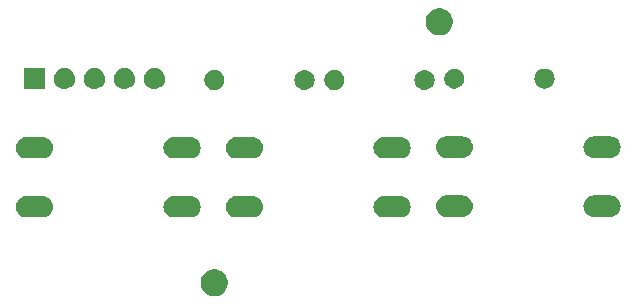
<source format=gbr>
G04 #@! TF.GenerationSoftware,KiCad,Pcbnew,(5.0.1)-4*
G04 #@! TF.CreationDate,2019-01-16T21:10:53-08:00*
G04 #@! TF.ProjectId,SysButtons,537973427574746F6E732E6B69636164,rev?*
G04 #@! TF.SameCoordinates,Original*
G04 #@! TF.FileFunction,Soldermask,Top*
G04 #@! TF.FilePolarity,Negative*
%FSLAX46Y46*%
G04 Gerber Fmt 4.6, Leading zero omitted, Abs format (unit mm)*
G04 Created by KiCad (PCBNEW (5.0.1)-4) date 1/16/2019 9:10:53 PM*
%MOMM*%
%LPD*%
G01*
G04 APERTURE LIST*
%ADD10C,0.100000*%
G04 APERTURE END LIST*
D10*
G36*
X120985734Y-115733232D02*
X121195202Y-115819996D01*
X121383723Y-115945962D01*
X121544038Y-116106277D01*
X121670004Y-116294798D01*
X121756768Y-116504266D01*
X121801000Y-116726635D01*
X121801000Y-116953365D01*
X121756768Y-117175734D01*
X121670004Y-117385202D01*
X121544038Y-117573723D01*
X121383723Y-117734038D01*
X121195202Y-117860004D01*
X120985734Y-117946768D01*
X120763365Y-117991000D01*
X120536635Y-117991000D01*
X120314266Y-117946768D01*
X120104798Y-117860004D01*
X119916277Y-117734038D01*
X119755962Y-117573723D01*
X119629996Y-117385202D01*
X119543232Y-117175734D01*
X119499000Y-116953365D01*
X119499000Y-116726635D01*
X119543232Y-116504266D01*
X119629996Y-116294798D01*
X119755962Y-116106277D01*
X119916277Y-115945962D01*
X120104798Y-115819996D01*
X120314266Y-115733232D01*
X120536635Y-115689000D01*
X120763365Y-115689000D01*
X120985734Y-115733232D01*
X120985734Y-115733232D01*
G37*
G36*
X136529694Y-109508633D02*
X136702094Y-109560931D01*
X136702096Y-109560932D01*
X136860983Y-109645859D01*
X137000249Y-109760151D01*
X137114541Y-109899417D01*
X137180762Y-110023307D01*
X137199469Y-110058306D01*
X137251767Y-110230706D01*
X137269425Y-110410000D01*
X137251767Y-110589294D01*
X137210085Y-110726697D01*
X137199468Y-110761696D01*
X137114541Y-110920583D01*
X137000249Y-111059849D01*
X136860983Y-111174141D01*
X136702096Y-111259068D01*
X136702094Y-111259069D01*
X136529694Y-111311367D01*
X136395331Y-111324600D01*
X134984669Y-111324600D01*
X134850306Y-111311367D01*
X134677906Y-111259069D01*
X134677904Y-111259068D01*
X134519017Y-111174141D01*
X134379751Y-111059849D01*
X134265459Y-110920583D01*
X134180532Y-110761696D01*
X134169915Y-110726697D01*
X134128233Y-110589294D01*
X134110575Y-110410000D01*
X134128233Y-110230706D01*
X134180531Y-110058306D01*
X134199238Y-110023307D01*
X134265459Y-109899417D01*
X134379751Y-109760151D01*
X134519017Y-109645859D01*
X134677904Y-109560932D01*
X134677906Y-109560931D01*
X134850306Y-109508633D01*
X134984669Y-109495400D01*
X136395331Y-109495400D01*
X136529694Y-109508633D01*
X136529694Y-109508633D01*
G37*
G36*
X124029694Y-109508633D02*
X124202094Y-109560931D01*
X124202096Y-109560932D01*
X124360983Y-109645859D01*
X124500249Y-109760151D01*
X124614541Y-109899417D01*
X124680762Y-110023307D01*
X124699469Y-110058306D01*
X124751767Y-110230706D01*
X124769425Y-110410000D01*
X124751767Y-110589294D01*
X124710085Y-110726697D01*
X124699468Y-110761696D01*
X124614541Y-110920583D01*
X124500249Y-111059849D01*
X124360983Y-111174141D01*
X124202096Y-111259068D01*
X124202094Y-111259069D01*
X124029694Y-111311367D01*
X123895331Y-111324600D01*
X122484669Y-111324600D01*
X122350306Y-111311367D01*
X122177906Y-111259069D01*
X122177904Y-111259068D01*
X122019017Y-111174141D01*
X121879751Y-111059849D01*
X121765459Y-110920583D01*
X121680532Y-110761696D01*
X121669915Y-110726697D01*
X121628233Y-110589294D01*
X121610575Y-110410000D01*
X121628233Y-110230706D01*
X121680531Y-110058306D01*
X121699238Y-110023307D01*
X121765459Y-109899417D01*
X121879751Y-109760151D01*
X122019017Y-109645859D01*
X122177904Y-109560932D01*
X122177906Y-109560931D01*
X122350306Y-109508633D01*
X122484669Y-109495400D01*
X123895331Y-109495400D01*
X124029694Y-109508633D01*
X124029694Y-109508633D01*
G37*
G36*
X106249694Y-109508633D02*
X106422094Y-109560931D01*
X106422096Y-109560932D01*
X106580983Y-109645859D01*
X106720249Y-109760151D01*
X106834541Y-109899417D01*
X106900762Y-110023307D01*
X106919469Y-110058306D01*
X106971767Y-110230706D01*
X106989425Y-110410000D01*
X106971767Y-110589294D01*
X106930085Y-110726697D01*
X106919468Y-110761696D01*
X106834541Y-110920583D01*
X106720249Y-111059849D01*
X106580983Y-111174141D01*
X106422096Y-111259068D01*
X106422094Y-111259069D01*
X106249694Y-111311367D01*
X106115331Y-111324600D01*
X104704669Y-111324600D01*
X104570306Y-111311367D01*
X104397906Y-111259069D01*
X104397904Y-111259068D01*
X104239017Y-111174141D01*
X104099751Y-111059849D01*
X103985459Y-110920583D01*
X103900532Y-110761696D01*
X103889915Y-110726697D01*
X103848233Y-110589294D01*
X103830575Y-110410000D01*
X103848233Y-110230706D01*
X103900531Y-110058306D01*
X103919238Y-110023307D01*
X103985459Y-109899417D01*
X104099751Y-109760151D01*
X104239017Y-109645859D01*
X104397904Y-109560932D01*
X104397906Y-109560931D01*
X104570306Y-109508633D01*
X104704669Y-109495400D01*
X106115331Y-109495400D01*
X106249694Y-109508633D01*
X106249694Y-109508633D01*
G37*
G36*
X118749694Y-109508633D02*
X118922094Y-109560931D01*
X118922096Y-109560932D01*
X119080983Y-109645859D01*
X119220249Y-109760151D01*
X119334541Y-109899417D01*
X119400762Y-110023307D01*
X119419469Y-110058306D01*
X119471767Y-110230706D01*
X119489425Y-110410000D01*
X119471767Y-110589294D01*
X119430085Y-110726697D01*
X119419468Y-110761696D01*
X119334541Y-110920583D01*
X119220249Y-111059849D01*
X119080983Y-111174141D01*
X118922096Y-111259068D01*
X118922094Y-111259069D01*
X118749694Y-111311367D01*
X118615331Y-111324600D01*
X117204669Y-111324600D01*
X117070306Y-111311367D01*
X116897906Y-111259069D01*
X116897904Y-111259068D01*
X116739017Y-111174141D01*
X116599751Y-111059849D01*
X116485459Y-110920583D01*
X116400532Y-110761696D01*
X116389915Y-110726697D01*
X116348233Y-110589294D01*
X116330575Y-110410000D01*
X116348233Y-110230706D01*
X116400531Y-110058306D01*
X116419238Y-110023307D01*
X116485459Y-109899417D01*
X116599751Y-109760151D01*
X116739017Y-109645859D01*
X116897904Y-109560932D01*
X116897906Y-109560931D01*
X117070306Y-109508633D01*
X117204669Y-109495400D01*
X118615331Y-109495400D01*
X118749694Y-109508633D01*
X118749694Y-109508633D01*
G37*
G36*
X141809694Y-109473634D02*
X141982094Y-109525932D01*
X141982096Y-109525933D01*
X142140983Y-109610860D01*
X142280249Y-109725152D01*
X142394541Y-109864418D01*
X142413248Y-109899417D01*
X142479469Y-110023307D01*
X142531767Y-110195707D01*
X142549425Y-110375001D01*
X142531767Y-110554295D01*
X142479469Y-110726695D01*
X142479468Y-110726697D01*
X142394541Y-110885584D01*
X142280249Y-111024850D01*
X142140983Y-111139142D01*
X141982096Y-111224069D01*
X141982094Y-111224070D01*
X141809694Y-111276368D01*
X141675331Y-111289601D01*
X140264669Y-111289601D01*
X140130306Y-111276368D01*
X139957906Y-111224070D01*
X139957904Y-111224069D01*
X139799017Y-111139142D01*
X139659751Y-111024850D01*
X139545459Y-110885584D01*
X139460532Y-110726697D01*
X139460531Y-110726695D01*
X139408233Y-110554295D01*
X139390575Y-110375001D01*
X139408233Y-110195707D01*
X139460531Y-110023307D01*
X139526752Y-109899417D01*
X139545459Y-109864418D01*
X139659751Y-109725152D01*
X139799017Y-109610860D01*
X139957904Y-109525933D01*
X139957906Y-109525932D01*
X140130306Y-109473634D01*
X140264669Y-109460401D01*
X141675331Y-109460401D01*
X141809694Y-109473634D01*
X141809694Y-109473634D01*
G37*
G36*
X154309694Y-109473634D02*
X154482094Y-109525932D01*
X154482096Y-109525933D01*
X154640983Y-109610860D01*
X154780249Y-109725152D01*
X154894541Y-109864418D01*
X154913248Y-109899417D01*
X154979469Y-110023307D01*
X155031767Y-110195707D01*
X155049425Y-110375001D01*
X155031767Y-110554295D01*
X154979469Y-110726695D01*
X154979468Y-110726697D01*
X154894541Y-110885584D01*
X154780249Y-111024850D01*
X154640983Y-111139142D01*
X154482096Y-111224069D01*
X154482094Y-111224070D01*
X154309694Y-111276368D01*
X154175331Y-111289601D01*
X152764669Y-111289601D01*
X152630306Y-111276368D01*
X152457906Y-111224070D01*
X152457904Y-111224069D01*
X152299017Y-111139142D01*
X152159751Y-111024850D01*
X152045459Y-110885584D01*
X151960532Y-110726697D01*
X151960531Y-110726695D01*
X151908233Y-110554295D01*
X151890575Y-110375001D01*
X151908233Y-110195707D01*
X151960531Y-110023307D01*
X152026752Y-109899417D01*
X152045459Y-109864418D01*
X152159751Y-109725152D01*
X152299017Y-109610860D01*
X152457904Y-109525933D01*
X152457906Y-109525932D01*
X152630306Y-109473634D01*
X152764669Y-109460401D01*
X154175331Y-109460401D01*
X154309694Y-109473634D01*
X154309694Y-109473634D01*
G37*
G36*
X124029694Y-104508633D02*
X124202094Y-104560931D01*
X124202096Y-104560932D01*
X124360983Y-104645859D01*
X124500249Y-104760151D01*
X124614541Y-104899417D01*
X124680762Y-105023307D01*
X124699469Y-105058306D01*
X124751767Y-105230706D01*
X124769425Y-105410000D01*
X124751767Y-105589294D01*
X124710085Y-105726697D01*
X124699468Y-105761696D01*
X124614541Y-105920583D01*
X124500249Y-106059849D01*
X124360983Y-106174141D01*
X124202096Y-106259068D01*
X124202094Y-106259069D01*
X124029694Y-106311367D01*
X123895331Y-106324600D01*
X122484669Y-106324600D01*
X122350306Y-106311367D01*
X122177906Y-106259069D01*
X122177904Y-106259068D01*
X122019017Y-106174141D01*
X121879751Y-106059849D01*
X121765459Y-105920583D01*
X121680532Y-105761696D01*
X121669915Y-105726697D01*
X121628233Y-105589294D01*
X121610575Y-105410000D01*
X121628233Y-105230706D01*
X121680531Y-105058306D01*
X121699238Y-105023307D01*
X121765459Y-104899417D01*
X121879751Y-104760151D01*
X122019017Y-104645859D01*
X122177904Y-104560932D01*
X122177906Y-104560931D01*
X122350306Y-104508633D01*
X122484669Y-104495400D01*
X123895331Y-104495400D01*
X124029694Y-104508633D01*
X124029694Y-104508633D01*
G37*
G36*
X136529694Y-104508633D02*
X136702094Y-104560931D01*
X136702096Y-104560932D01*
X136860983Y-104645859D01*
X137000249Y-104760151D01*
X137114541Y-104899417D01*
X137180762Y-105023307D01*
X137199469Y-105058306D01*
X137251767Y-105230706D01*
X137269425Y-105410000D01*
X137251767Y-105589294D01*
X137210085Y-105726697D01*
X137199468Y-105761696D01*
X137114541Y-105920583D01*
X137000249Y-106059849D01*
X136860983Y-106174141D01*
X136702096Y-106259068D01*
X136702094Y-106259069D01*
X136529694Y-106311367D01*
X136395331Y-106324600D01*
X134984669Y-106324600D01*
X134850306Y-106311367D01*
X134677906Y-106259069D01*
X134677904Y-106259068D01*
X134519017Y-106174141D01*
X134379751Y-106059849D01*
X134265459Y-105920583D01*
X134180532Y-105761696D01*
X134169915Y-105726697D01*
X134128233Y-105589294D01*
X134110575Y-105410000D01*
X134128233Y-105230706D01*
X134180531Y-105058306D01*
X134199238Y-105023307D01*
X134265459Y-104899417D01*
X134379751Y-104760151D01*
X134519017Y-104645859D01*
X134677904Y-104560932D01*
X134677906Y-104560931D01*
X134850306Y-104508633D01*
X134984669Y-104495400D01*
X136395331Y-104495400D01*
X136529694Y-104508633D01*
X136529694Y-104508633D01*
G37*
G36*
X106249694Y-104508633D02*
X106422094Y-104560931D01*
X106422096Y-104560932D01*
X106580983Y-104645859D01*
X106720249Y-104760151D01*
X106834541Y-104899417D01*
X106900762Y-105023307D01*
X106919469Y-105058306D01*
X106971767Y-105230706D01*
X106989425Y-105410000D01*
X106971767Y-105589294D01*
X106930085Y-105726697D01*
X106919468Y-105761696D01*
X106834541Y-105920583D01*
X106720249Y-106059849D01*
X106580983Y-106174141D01*
X106422096Y-106259068D01*
X106422094Y-106259069D01*
X106249694Y-106311367D01*
X106115331Y-106324600D01*
X104704669Y-106324600D01*
X104570306Y-106311367D01*
X104397906Y-106259069D01*
X104397904Y-106259068D01*
X104239017Y-106174141D01*
X104099751Y-106059849D01*
X103985459Y-105920583D01*
X103900532Y-105761696D01*
X103889915Y-105726697D01*
X103848233Y-105589294D01*
X103830575Y-105410000D01*
X103848233Y-105230706D01*
X103900531Y-105058306D01*
X103919238Y-105023307D01*
X103985459Y-104899417D01*
X104099751Y-104760151D01*
X104239017Y-104645859D01*
X104397904Y-104560932D01*
X104397906Y-104560931D01*
X104570306Y-104508633D01*
X104704669Y-104495400D01*
X106115331Y-104495400D01*
X106249694Y-104508633D01*
X106249694Y-104508633D01*
G37*
G36*
X118749694Y-104508633D02*
X118922094Y-104560931D01*
X118922096Y-104560932D01*
X119080983Y-104645859D01*
X119220249Y-104760151D01*
X119334541Y-104899417D01*
X119400762Y-105023307D01*
X119419469Y-105058306D01*
X119471767Y-105230706D01*
X119489425Y-105410000D01*
X119471767Y-105589294D01*
X119430085Y-105726697D01*
X119419468Y-105761696D01*
X119334541Y-105920583D01*
X119220249Y-106059849D01*
X119080983Y-106174141D01*
X118922096Y-106259068D01*
X118922094Y-106259069D01*
X118749694Y-106311367D01*
X118615331Y-106324600D01*
X117204669Y-106324600D01*
X117070306Y-106311367D01*
X116897906Y-106259069D01*
X116897904Y-106259068D01*
X116739017Y-106174141D01*
X116599751Y-106059849D01*
X116485459Y-105920583D01*
X116400532Y-105761696D01*
X116389915Y-105726697D01*
X116348233Y-105589294D01*
X116330575Y-105410000D01*
X116348233Y-105230706D01*
X116400531Y-105058306D01*
X116419238Y-105023307D01*
X116485459Y-104899417D01*
X116599751Y-104760151D01*
X116739017Y-104645859D01*
X116897904Y-104560932D01*
X116897906Y-104560931D01*
X117070306Y-104508633D01*
X117204669Y-104495400D01*
X118615331Y-104495400D01*
X118749694Y-104508633D01*
X118749694Y-104508633D01*
G37*
G36*
X154309694Y-104473634D02*
X154482094Y-104525932D01*
X154482096Y-104525933D01*
X154640983Y-104610860D01*
X154780249Y-104725152D01*
X154894541Y-104864418D01*
X154913248Y-104899417D01*
X154979469Y-105023307D01*
X155031767Y-105195707D01*
X155049425Y-105375001D01*
X155031767Y-105554295D01*
X154979469Y-105726695D01*
X154979468Y-105726697D01*
X154894541Y-105885584D01*
X154780249Y-106024850D01*
X154640983Y-106139142D01*
X154482096Y-106224069D01*
X154482094Y-106224070D01*
X154309694Y-106276368D01*
X154175331Y-106289601D01*
X152764669Y-106289601D01*
X152630306Y-106276368D01*
X152457906Y-106224070D01*
X152457904Y-106224069D01*
X152299017Y-106139142D01*
X152159751Y-106024850D01*
X152045459Y-105885584D01*
X151960532Y-105726697D01*
X151960531Y-105726695D01*
X151908233Y-105554295D01*
X151890575Y-105375001D01*
X151908233Y-105195707D01*
X151960531Y-105023307D01*
X152026752Y-104899417D01*
X152045459Y-104864418D01*
X152159751Y-104725152D01*
X152299017Y-104610860D01*
X152457904Y-104525933D01*
X152457906Y-104525932D01*
X152630306Y-104473634D01*
X152764669Y-104460401D01*
X154175331Y-104460401D01*
X154309694Y-104473634D01*
X154309694Y-104473634D01*
G37*
G36*
X141809694Y-104473634D02*
X141982094Y-104525932D01*
X141982096Y-104525933D01*
X142140983Y-104610860D01*
X142280249Y-104725152D01*
X142394541Y-104864418D01*
X142413248Y-104899417D01*
X142479469Y-105023307D01*
X142531767Y-105195707D01*
X142549425Y-105375001D01*
X142531767Y-105554295D01*
X142479469Y-105726695D01*
X142479468Y-105726697D01*
X142394541Y-105885584D01*
X142280249Y-106024850D01*
X142140983Y-106139142D01*
X141982096Y-106224069D01*
X141982094Y-106224070D01*
X141809694Y-106276368D01*
X141675331Y-106289601D01*
X140264669Y-106289601D01*
X140130306Y-106276368D01*
X139957906Y-106224070D01*
X139957904Y-106224069D01*
X139799017Y-106139142D01*
X139659751Y-106024850D01*
X139545459Y-105885584D01*
X139460532Y-105726697D01*
X139460531Y-105726695D01*
X139408233Y-105554295D01*
X139390575Y-105375001D01*
X139408233Y-105195707D01*
X139460531Y-105023307D01*
X139526752Y-104899417D01*
X139545459Y-104864418D01*
X139659751Y-104725152D01*
X139799017Y-104610860D01*
X139957904Y-104525933D01*
X139957906Y-104525932D01*
X140130306Y-104473634D01*
X140264669Y-104460401D01*
X141675331Y-104460401D01*
X141809694Y-104473634D01*
X141809694Y-104473634D01*
G37*
G36*
X131058228Y-98876703D02*
X131213100Y-98940853D01*
X131352481Y-99033985D01*
X131471015Y-99152519D01*
X131564147Y-99291900D01*
X131628297Y-99446772D01*
X131661000Y-99611184D01*
X131661000Y-99778816D01*
X131628297Y-99943228D01*
X131564147Y-100098100D01*
X131471015Y-100237481D01*
X131352481Y-100356015D01*
X131213100Y-100449147D01*
X131058228Y-100513297D01*
X130893816Y-100546000D01*
X130726184Y-100546000D01*
X130561772Y-100513297D01*
X130406900Y-100449147D01*
X130267519Y-100356015D01*
X130148985Y-100237481D01*
X130055853Y-100098100D01*
X129991703Y-99943228D01*
X129959000Y-99778816D01*
X129959000Y-99611184D01*
X129991703Y-99446772D01*
X130055853Y-99291900D01*
X130148985Y-99152519D01*
X130267519Y-99033985D01*
X130406900Y-98940853D01*
X130561772Y-98876703D01*
X130726184Y-98844000D01*
X130893816Y-98844000D01*
X131058228Y-98876703D01*
X131058228Y-98876703D01*
G37*
G36*
X138596821Y-98856313D02*
X138596824Y-98856314D01*
X138596825Y-98856314D01*
X138757239Y-98904975D01*
X138757241Y-98904976D01*
X138757244Y-98904977D01*
X138905078Y-98983995D01*
X139034659Y-99090341D01*
X139141005Y-99219922D01*
X139220023Y-99367756D01*
X139220024Y-99367759D01*
X139220025Y-99367761D01*
X139255341Y-99484184D01*
X139268687Y-99528179D01*
X139285117Y-99695000D01*
X139268687Y-99861821D01*
X139268686Y-99861824D01*
X139268686Y-99861825D01*
X139235538Y-99971100D01*
X139220023Y-100022244D01*
X139141005Y-100170078D01*
X139034659Y-100299659D01*
X138905078Y-100406005D01*
X138757244Y-100485023D01*
X138757241Y-100485024D01*
X138757239Y-100485025D01*
X138596825Y-100533686D01*
X138596824Y-100533686D01*
X138596821Y-100533687D01*
X138471804Y-100546000D01*
X138388196Y-100546000D01*
X138263179Y-100533687D01*
X138263176Y-100533686D01*
X138263175Y-100533686D01*
X138102761Y-100485025D01*
X138102759Y-100485024D01*
X138102756Y-100485023D01*
X137954922Y-100406005D01*
X137825341Y-100299659D01*
X137718995Y-100170078D01*
X137639977Y-100022244D01*
X137624463Y-99971100D01*
X137591314Y-99861825D01*
X137591314Y-99861824D01*
X137591313Y-99861821D01*
X137574883Y-99695000D01*
X137591313Y-99528179D01*
X137604659Y-99484184D01*
X137639975Y-99367761D01*
X137639976Y-99367759D01*
X137639977Y-99367756D01*
X137718995Y-99219922D01*
X137825341Y-99090341D01*
X137954922Y-98983995D01*
X138102756Y-98904977D01*
X138102759Y-98904976D01*
X138102761Y-98904975D01*
X138263175Y-98856314D01*
X138263176Y-98856314D01*
X138263179Y-98856313D01*
X138388196Y-98844000D01*
X138471804Y-98844000D01*
X138596821Y-98856313D01*
X138596821Y-98856313D01*
G37*
G36*
X128436821Y-98856313D02*
X128436824Y-98856314D01*
X128436825Y-98856314D01*
X128597239Y-98904975D01*
X128597241Y-98904976D01*
X128597244Y-98904977D01*
X128745078Y-98983995D01*
X128874659Y-99090341D01*
X128981005Y-99219922D01*
X129060023Y-99367756D01*
X129060024Y-99367759D01*
X129060025Y-99367761D01*
X129095341Y-99484184D01*
X129108687Y-99528179D01*
X129125117Y-99695000D01*
X129108687Y-99861821D01*
X129108686Y-99861824D01*
X129108686Y-99861825D01*
X129075538Y-99971100D01*
X129060023Y-100022244D01*
X128981005Y-100170078D01*
X128874659Y-100299659D01*
X128745078Y-100406005D01*
X128597244Y-100485023D01*
X128597241Y-100485024D01*
X128597239Y-100485025D01*
X128436825Y-100533686D01*
X128436824Y-100533686D01*
X128436821Y-100533687D01*
X128311804Y-100546000D01*
X128228196Y-100546000D01*
X128103179Y-100533687D01*
X128103176Y-100533686D01*
X128103175Y-100533686D01*
X127942761Y-100485025D01*
X127942759Y-100485024D01*
X127942756Y-100485023D01*
X127794922Y-100406005D01*
X127665341Y-100299659D01*
X127558995Y-100170078D01*
X127479977Y-100022244D01*
X127464463Y-99971100D01*
X127431314Y-99861825D01*
X127431314Y-99861824D01*
X127431313Y-99861821D01*
X127414883Y-99695000D01*
X127431313Y-99528179D01*
X127444659Y-99484184D01*
X127479975Y-99367761D01*
X127479976Y-99367759D01*
X127479977Y-99367756D01*
X127558995Y-99219922D01*
X127665341Y-99090341D01*
X127794922Y-98983995D01*
X127942756Y-98904977D01*
X127942759Y-98904976D01*
X127942761Y-98904975D01*
X128103175Y-98856314D01*
X128103176Y-98856314D01*
X128103179Y-98856313D01*
X128228196Y-98844000D01*
X128311804Y-98844000D01*
X128436821Y-98856313D01*
X128436821Y-98856313D01*
G37*
G36*
X120898228Y-98876703D02*
X121053100Y-98940853D01*
X121192481Y-99033985D01*
X121311015Y-99152519D01*
X121404147Y-99291900D01*
X121468297Y-99446772D01*
X121501000Y-99611184D01*
X121501000Y-99778816D01*
X121468297Y-99943228D01*
X121404147Y-100098100D01*
X121311015Y-100237481D01*
X121192481Y-100356015D01*
X121053100Y-100449147D01*
X120898228Y-100513297D01*
X120733816Y-100546000D01*
X120566184Y-100546000D01*
X120401772Y-100513297D01*
X120246900Y-100449147D01*
X120107519Y-100356015D01*
X119988985Y-100237481D01*
X119895853Y-100098100D01*
X119831703Y-99943228D01*
X119799000Y-99778816D01*
X119799000Y-99611184D01*
X119831703Y-99446772D01*
X119895853Y-99291900D01*
X119988985Y-99152519D01*
X120107519Y-99033985D01*
X120246900Y-98940853D01*
X120401772Y-98876703D01*
X120566184Y-98844000D01*
X120733816Y-98844000D01*
X120898228Y-98876703D01*
X120898228Y-98876703D01*
G37*
G36*
X108060442Y-98673518D02*
X108126627Y-98680037D01*
X108239853Y-98714384D01*
X108296467Y-98731557D01*
X108383311Y-98777977D01*
X108452991Y-98815222D01*
X108488057Y-98844000D01*
X108590186Y-98927814D01*
X108670369Y-99025519D01*
X108702778Y-99065009D01*
X108702779Y-99065011D01*
X108786443Y-99221533D01*
X108803616Y-99278147D01*
X108837963Y-99391373D01*
X108855359Y-99568000D01*
X108837963Y-99744627D01*
X108816243Y-99816228D01*
X108786443Y-99914467D01*
X108728837Y-100022239D01*
X108702778Y-100070991D01*
X108680530Y-100098100D01*
X108590186Y-100208186D01*
X108488729Y-100291448D01*
X108452991Y-100320778D01*
X108452989Y-100320779D01*
X108296467Y-100404443D01*
X108289069Y-100406687D01*
X108126627Y-100455963D01*
X108060442Y-100462482D01*
X107994260Y-100469000D01*
X107905740Y-100469000D01*
X107839557Y-100462481D01*
X107773373Y-100455963D01*
X107610931Y-100406687D01*
X107603533Y-100404443D01*
X107447011Y-100320779D01*
X107447009Y-100320778D01*
X107411271Y-100291448D01*
X107309814Y-100208186D01*
X107219470Y-100098100D01*
X107197222Y-100070991D01*
X107171163Y-100022239D01*
X107113557Y-99914467D01*
X107083757Y-99816228D01*
X107062037Y-99744627D01*
X107044641Y-99568000D01*
X107062037Y-99391373D01*
X107096384Y-99278147D01*
X107113557Y-99221533D01*
X107197221Y-99065011D01*
X107197222Y-99065009D01*
X107229631Y-99025519D01*
X107309814Y-98927814D01*
X107411943Y-98844000D01*
X107447009Y-98815222D01*
X107516689Y-98777977D01*
X107603533Y-98731557D01*
X107660147Y-98714384D01*
X107773373Y-98680037D01*
X107839558Y-98673518D01*
X107905740Y-98667000D01*
X107994260Y-98667000D01*
X108060442Y-98673518D01*
X108060442Y-98673518D01*
G37*
G36*
X106311000Y-100469000D02*
X104509000Y-100469000D01*
X104509000Y-98667000D01*
X106311000Y-98667000D01*
X106311000Y-100469000D01*
X106311000Y-100469000D01*
G37*
G36*
X110600442Y-98673518D02*
X110666627Y-98680037D01*
X110779853Y-98714384D01*
X110836467Y-98731557D01*
X110923311Y-98777977D01*
X110992991Y-98815222D01*
X111028057Y-98844000D01*
X111130186Y-98927814D01*
X111210369Y-99025519D01*
X111242778Y-99065009D01*
X111242779Y-99065011D01*
X111326443Y-99221533D01*
X111343616Y-99278147D01*
X111377963Y-99391373D01*
X111395359Y-99568000D01*
X111377963Y-99744627D01*
X111356243Y-99816228D01*
X111326443Y-99914467D01*
X111268837Y-100022239D01*
X111242778Y-100070991D01*
X111220530Y-100098100D01*
X111130186Y-100208186D01*
X111028729Y-100291448D01*
X110992991Y-100320778D01*
X110992989Y-100320779D01*
X110836467Y-100404443D01*
X110829069Y-100406687D01*
X110666627Y-100455963D01*
X110600442Y-100462482D01*
X110534260Y-100469000D01*
X110445740Y-100469000D01*
X110379557Y-100462481D01*
X110313373Y-100455963D01*
X110150931Y-100406687D01*
X110143533Y-100404443D01*
X109987011Y-100320779D01*
X109987009Y-100320778D01*
X109951271Y-100291448D01*
X109849814Y-100208186D01*
X109759470Y-100098100D01*
X109737222Y-100070991D01*
X109711163Y-100022239D01*
X109653557Y-99914467D01*
X109623757Y-99816228D01*
X109602037Y-99744627D01*
X109584641Y-99568000D01*
X109602037Y-99391373D01*
X109636384Y-99278147D01*
X109653557Y-99221533D01*
X109737221Y-99065011D01*
X109737222Y-99065009D01*
X109769631Y-99025519D01*
X109849814Y-98927814D01*
X109951943Y-98844000D01*
X109987009Y-98815222D01*
X110056689Y-98777977D01*
X110143533Y-98731557D01*
X110200147Y-98714384D01*
X110313373Y-98680037D01*
X110379558Y-98673518D01*
X110445740Y-98667000D01*
X110534260Y-98667000D01*
X110600442Y-98673518D01*
X110600442Y-98673518D01*
G37*
G36*
X113140442Y-98673518D02*
X113206627Y-98680037D01*
X113319853Y-98714384D01*
X113376467Y-98731557D01*
X113463311Y-98777977D01*
X113532991Y-98815222D01*
X113568057Y-98844000D01*
X113670186Y-98927814D01*
X113750369Y-99025519D01*
X113782778Y-99065009D01*
X113782779Y-99065011D01*
X113866443Y-99221533D01*
X113883616Y-99278147D01*
X113917963Y-99391373D01*
X113935359Y-99568000D01*
X113917963Y-99744627D01*
X113896243Y-99816228D01*
X113866443Y-99914467D01*
X113808837Y-100022239D01*
X113782778Y-100070991D01*
X113760530Y-100098100D01*
X113670186Y-100208186D01*
X113568729Y-100291448D01*
X113532991Y-100320778D01*
X113532989Y-100320779D01*
X113376467Y-100404443D01*
X113369069Y-100406687D01*
X113206627Y-100455963D01*
X113140442Y-100462482D01*
X113074260Y-100469000D01*
X112985740Y-100469000D01*
X112919557Y-100462481D01*
X112853373Y-100455963D01*
X112690931Y-100406687D01*
X112683533Y-100404443D01*
X112527011Y-100320779D01*
X112527009Y-100320778D01*
X112491271Y-100291448D01*
X112389814Y-100208186D01*
X112299470Y-100098100D01*
X112277222Y-100070991D01*
X112251163Y-100022239D01*
X112193557Y-99914467D01*
X112163757Y-99816228D01*
X112142037Y-99744627D01*
X112124641Y-99568000D01*
X112142037Y-99391373D01*
X112176384Y-99278147D01*
X112193557Y-99221533D01*
X112277221Y-99065011D01*
X112277222Y-99065009D01*
X112309631Y-99025519D01*
X112389814Y-98927814D01*
X112491943Y-98844000D01*
X112527009Y-98815222D01*
X112596689Y-98777977D01*
X112683533Y-98731557D01*
X112740147Y-98714384D01*
X112853373Y-98680037D01*
X112919558Y-98673518D01*
X112985740Y-98667000D01*
X113074260Y-98667000D01*
X113140442Y-98673518D01*
X113140442Y-98673518D01*
G37*
G36*
X115680442Y-98673518D02*
X115746627Y-98680037D01*
X115859853Y-98714384D01*
X115916467Y-98731557D01*
X116003311Y-98777977D01*
X116072991Y-98815222D01*
X116108057Y-98844000D01*
X116210186Y-98927814D01*
X116290369Y-99025519D01*
X116322778Y-99065009D01*
X116322779Y-99065011D01*
X116406443Y-99221533D01*
X116423616Y-99278147D01*
X116457963Y-99391373D01*
X116475359Y-99568000D01*
X116457963Y-99744627D01*
X116436243Y-99816228D01*
X116406443Y-99914467D01*
X116348837Y-100022239D01*
X116322778Y-100070991D01*
X116300530Y-100098100D01*
X116210186Y-100208186D01*
X116108729Y-100291448D01*
X116072991Y-100320778D01*
X116072989Y-100320779D01*
X115916467Y-100404443D01*
X115909069Y-100406687D01*
X115746627Y-100455963D01*
X115680442Y-100462482D01*
X115614260Y-100469000D01*
X115525740Y-100469000D01*
X115459557Y-100462481D01*
X115393373Y-100455963D01*
X115230931Y-100406687D01*
X115223533Y-100404443D01*
X115067011Y-100320779D01*
X115067009Y-100320778D01*
X115031271Y-100291448D01*
X114929814Y-100208186D01*
X114839470Y-100098100D01*
X114817222Y-100070991D01*
X114791163Y-100022239D01*
X114733557Y-99914467D01*
X114703757Y-99816228D01*
X114682037Y-99744627D01*
X114664641Y-99568000D01*
X114682037Y-99391373D01*
X114716384Y-99278147D01*
X114733557Y-99221533D01*
X114817221Y-99065011D01*
X114817222Y-99065009D01*
X114849631Y-99025519D01*
X114929814Y-98927814D01*
X115031943Y-98844000D01*
X115067009Y-98815222D01*
X115136689Y-98777977D01*
X115223533Y-98731557D01*
X115280147Y-98714384D01*
X115393373Y-98680037D01*
X115459558Y-98673518D01*
X115525740Y-98667000D01*
X115614260Y-98667000D01*
X115680442Y-98673518D01*
X115680442Y-98673518D01*
G37*
G36*
X148756821Y-98729313D02*
X148756824Y-98729314D01*
X148756825Y-98729314D01*
X148917239Y-98777975D01*
X148917241Y-98777976D01*
X148917244Y-98777977D01*
X149065078Y-98856995D01*
X149194659Y-98963341D01*
X149301005Y-99092922D01*
X149380023Y-99240756D01*
X149380024Y-99240759D01*
X149380025Y-99240761D01*
X149425713Y-99391375D01*
X149428687Y-99401179D01*
X149445117Y-99568000D01*
X149428687Y-99734821D01*
X149428686Y-99734824D01*
X149428686Y-99734825D01*
X149403993Y-99816228D01*
X149380023Y-99895244D01*
X149301005Y-100043078D01*
X149194659Y-100172659D01*
X149065078Y-100279005D01*
X148917244Y-100358023D01*
X148917241Y-100358024D01*
X148917239Y-100358025D01*
X148756825Y-100406686D01*
X148756824Y-100406686D01*
X148756821Y-100406687D01*
X148631804Y-100419000D01*
X148548196Y-100419000D01*
X148423179Y-100406687D01*
X148423176Y-100406686D01*
X148423175Y-100406686D01*
X148262761Y-100358025D01*
X148262759Y-100358024D01*
X148262756Y-100358023D01*
X148114922Y-100279005D01*
X147985341Y-100172659D01*
X147878995Y-100043078D01*
X147799977Y-99895244D01*
X147776008Y-99816228D01*
X147751314Y-99734825D01*
X147751314Y-99734824D01*
X147751313Y-99734821D01*
X147734883Y-99568000D01*
X147751313Y-99401179D01*
X147754287Y-99391375D01*
X147799975Y-99240761D01*
X147799976Y-99240759D01*
X147799977Y-99240756D01*
X147878995Y-99092922D01*
X147985341Y-98963341D01*
X148114922Y-98856995D01*
X148262756Y-98777977D01*
X148262759Y-98777976D01*
X148262761Y-98777975D01*
X148423175Y-98729314D01*
X148423176Y-98729314D01*
X148423179Y-98729313D01*
X148548196Y-98717000D01*
X148631804Y-98717000D01*
X148756821Y-98729313D01*
X148756821Y-98729313D01*
G37*
G36*
X141218228Y-98749703D02*
X141373100Y-98813853D01*
X141512481Y-98906985D01*
X141631015Y-99025519D01*
X141724147Y-99164900D01*
X141788297Y-99319772D01*
X141821000Y-99484184D01*
X141821000Y-99651816D01*
X141788297Y-99816228D01*
X141724147Y-99971100D01*
X141631015Y-100110481D01*
X141512481Y-100229015D01*
X141373100Y-100322147D01*
X141218228Y-100386297D01*
X141053816Y-100419000D01*
X140886184Y-100419000D01*
X140721772Y-100386297D01*
X140566900Y-100322147D01*
X140427519Y-100229015D01*
X140308985Y-100110481D01*
X140215853Y-99971100D01*
X140151703Y-99816228D01*
X140119000Y-99651816D01*
X140119000Y-99484184D01*
X140151703Y-99319772D01*
X140215853Y-99164900D01*
X140308985Y-99025519D01*
X140427519Y-98906985D01*
X140566900Y-98813853D01*
X140721772Y-98749703D01*
X140886184Y-98717000D01*
X141053816Y-98717000D01*
X141218228Y-98749703D01*
X141218228Y-98749703D01*
G37*
G36*
X140035734Y-93635232D02*
X140245202Y-93721996D01*
X140433723Y-93847962D01*
X140594038Y-94008277D01*
X140720004Y-94196798D01*
X140806768Y-94406266D01*
X140851000Y-94628635D01*
X140851000Y-94855365D01*
X140806768Y-95077734D01*
X140720004Y-95287202D01*
X140594038Y-95475723D01*
X140433723Y-95636038D01*
X140245202Y-95762004D01*
X140035734Y-95848768D01*
X139813365Y-95893000D01*
X139586635Y-95893000D01*
X139364266Y-95848768D01*
X139154798Y-95762004D01*
X138966277Y-95636038D01*
X138805962Y-95475723D01*
X138679996Y-95287202D01*
X138593232Y-95077734D01*
X138549000Y-94855365D01*
X138549000Y-94628635D01*
X138593232Y-94406266D01*
X138679996Y-94196798D01*
X138805962Y-94008277D01*
X138966277Y-93847962D01*
X139154798Y-93721996D01*
X139364266Y-93635232D01*
X139586635Y-93591000D01*
X139813365Y-93591000D01*
X140035734Y-93635232D01*
X140035734Y-93635232D01*
G37*
M02*

</source>
